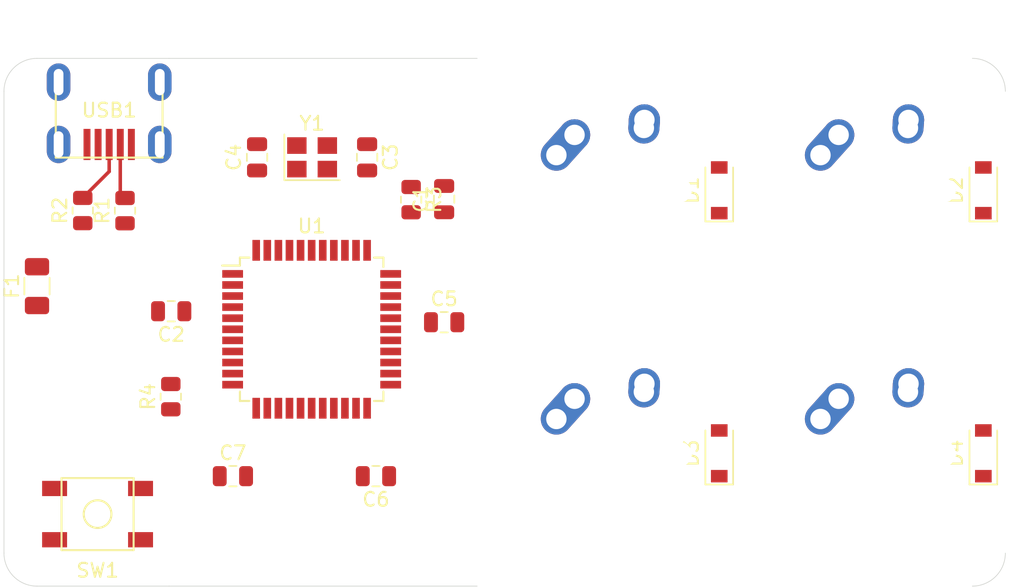
<source format=kicad_pcb>
(kicad_pcb (version 20171130) (host pcbnew "(5.1.10)-1")

  (general
    (thickness 1.6)
    (drawings 9)
    (tracks 4)
    (zones 0)
    (modules 24)
    (nets 46)
  )

  (page A4)
  (layers
    (0 F.Cu signal)
    (31 B.Cu signal)
    (32 B.Adhes user)
    (33 F.Adhes user)
    (34 B.Paste user)
    (35 F.Paste user)
    (36 B.SilkS user)
    (37 F.SilkS user)
    (38 B.Mask user)
    (39 F.Mask user)
    (40 Dwgs.User user)
    (41 Cmts.User user)
    (42 Eco1.User user)
    (43 Eco2.User user)
    (44 Edge.Cuts user)
    (45 Margin user)
    (46 B.CrtYd user)
    (47 F.CrtYd user)
    (48 B.Fab user)
    (49 F.Fab user)
  )

  (setup
    (last_trace_width 0.254)
    (trace_clearance 0.2)
    (zone_clearance 0.508)
    (zone_45_only no)
    (trace_min 0.2)
    (via_size 0.8)
    (via_drill 0.4)
    (via_min_size 0.4)
    (via_min_drill 0.3)
    (uvia_size 0.3)
    (uvia_drill 0.1)
    (uvias_allowed no)
    (uvia_min_size 0.2)
    (uvia_min_drill 0.1)
    (edge_width 0.05)
    (segment_width 0.2)
    (pcb_text_width 0.3)
    (pcb_text_size 1.5 1.5)
    (mod_edge_width 0.12)
    (mod_text_size 1 1)
    (mod_text_width 0.15)
    (pad_size 1.524 1.524)
    (pad_drill 0.762)
    (pad_to_mask_clearance 0)
    (aux_axis_origin 0 0)
    (visible_elements FFFFFF7F)
    (pcbplotparams
      (layerselection 0x010fc_ffffffff)
      (usegerberextensions false)
      (usegerberattributes true)
      (usegerberadvancedattributes true)
      (creategerberjobfile true)
      (excludeedgelayer true)
      (linewidth 0.100000)
      (plotframeref false)
      (viasonmask false)
      (mode 1)
      (useauxorigin false)
      (hpglpennumber 1)
      (hpglpenspeed 20)
      (hpglpendiameter 15.000000)
      (psnegative false)
      (psa4output false)
      (plotreference true)
      (plotvalue true)
      (plotinvisibletext false)
      (padsonsilk false)
      (subtractmaskfromsilk false)
      (outputformat 1)
      (mirror false)
      (drillshape 1)
      (scaleselection 1)
      (outputdirectory ""))
  )

  (net 0 "")
  (net 1 GND)
  (net 2 +5V)
  (net 3 "Net-(C3-Pad1)")
  (net 4 "Net-(C4-Pad1)")
  (net 5 "Net-(C5-Pad1)")
  (net 6 "Net-(D1-Pad2)")
  (net 7 ROW0)
  (net 8 "Net-(D2-Pad2)")
  (net 9 ROW1)
  (net 10 "Net-(D3-Pad2)")
  (net 11 "Net-(D4-Pad2)")
  (net 12 VCC)
  (net 13 COL0)
  (net 14 COL1)
  (net 15 D-)
  (net 16 "Net-(R1-Pad1)")
  (net 17 D+)
  (net 18 "Net-(R2-Pad1)")
  (net 19 "Net-(R3-Pad2)")
  (net 20 "Net-(R4-Pad2)")
  (net 21 "Net-(U1-Pad42)")
  (net 22 "Net-(U1-Pad41)")
  (net 23 "Net-(U1-Pad40)")
  (net 24 "Net-(U1-Pad39)")
  (net 25 "Net-(U1-Pad38)")
  (net 26 "Net-(U1-Pad37)")
  (net 27 "Net-(U1-Pad36)")
  (net 28 "Net-(U1-Pad32)")
  (net 29 "Net-(U1-Pad31)")
  (net 30 "Net-(U1-Pad27)")
  (net 31 "Net-(U1-Pad26)")
  (net 32 "Net-(U1-Pad25)")
  (net 33 "Net-(U1-Pad22)")
  (net 34 "Net-(U1-Pad21)")
  (net 35 "Net-(U1-Pad20)")
  (net 36 "Net-(U1-Pad19)")
  (net 37 "Net-(U1-Pad18)")
  (net 38 "Net-(U1-Pad12)")
  (net 39 "Net-(U1-Pad11)")
  (net 40 "Net-(U1-Pad10)")
  (net 41 "Net-(U1-Pad9)")
  (net 42 "Net-(U1-Pad8)")
  (net 43 "Net-(U1-Pad1)")
  (net 44 "Net-(USB1-Pad6)")
  (net 45 "Net-(USB1-Pad2)")

  (net_class Default "This is the default net class."
    (clearance 0.2)
    (trace_width 0.254)
    (via_dia 0.8)
    (via_drill 0.4)
    (uvia_dia 0.3)
    (uvia_drill 0.1)
    (add_net COL0)
    (add_net COL1)
    (add_net D+)
    (add_net D-)
    (add_net "Net-(C3-Pad1)")
    (add_net "Net-(C4-Pad1)")
    (add_net "Net-(C5-Pad1)")
    (add_net "Net-(D1-Pad2)")
    (add_net "Net-(D2-Pad2)")
    (add_net "Net-(D3-Pad2)")
    (add_net "Net-(D4-Pad2)")
    (add_net "Net-(R1-Pad1)")
    (add_net "Net-(R2-Pad1)")
    (add_net "Net-(R3-Pad2)")
    (add_net "Net-(R4-Pad2)")
    (add_net "Net-(U1-Pad1)")
    (add_net "Net-(U1-Pad10)")
    (add_net "Net-(U1-Pad11)")
    (add_net "Net-(U1-Pad12)")
    (add_net "Net-(U1-Pad18)")
    (add_net "Net-(U1-Pad19)")
    (add_net "Net-(U1-Pad20)")
    (add_net "Net-(U1-Pad21)")
    (add_net "Net-(U1-Pad22)")
    (add_net "Net-(U1-Pad25)")
    (add_net "Net-(U1-Pad26)")
    (add_net "Net-(U1-Pad27)")
    (add_net "Net-(U1-Pad31)")
    (add_net "Net-(U1-Pad32)")
    (add_net "Net-(U1-Pad36)")
    (add_net "Net-(U1-Pad37)")
    (add_net "Net-(U1-Pad38)")
    (add_net "Net-(U1-Pad39)")
    (add_net "Net-(U1-Pad40)")
    (add_net "Net-(U1-Pad41)")
    (add_net "Net-(U1-Pad42)")
    (add_net "Net-(U1-Pad8)")
    (add_net "Net-(U1-Pad9)")
    (add_net "Net-(USB1-Pad2)")
    (add_net "Net-(USB1-Pad6)")
    (add_net ROW0)
    (add_net ROW1)
  )

  (net_class Power ""
    (clearance 0.2)
    (trace_width 0.381)
    (via_dia 0.8)
    (via_drill 0.4)
    (uvia_dia 0.3)
    (uvia_drill 0.1)
    (add_net +5V)
    (add_net GND)
    (add_net VCC)
  )

  (module Crystal:Crystal_SMD_3225-4Pin_3.2x2.5mm (layer F.Cu) (tedit 5A0FD1B2) (tstamp 609C342A)
    (at 99.21875 110.33125)
    (descr "SMD Crystal SERIES SMD3225/4 http://www.txccrystal.com/images/pdf/7m-accuracy.pdf, 3.2x2.5mm^2 package")
    (tags "SMD SMT crystal")
    (path /609E8A09)
    (attr smd)
    (fp_text reference Y1 (at 0 -2.45) (layer F.SilkS)
      (effects (font (size 1 1) (thickness 0.15)))
    )
    (fp_text value 16MHz (at 0 2.45) (layer F.Fab)
      (effects (font (size 1 1) (thickness 0.15)))
    )
    (fp_text user %R (at 0 0) (layer F.Fab)
      (effects (font (size 0.7 0.7) (thickness 0.105)))
    )
    (fp_line (start -1.6 -1.25) (end -1.6 1.25) (layer F.Fab) (width 0.1))
    (fp_line (start -1.6 1.25) (end 1.6 1.25) (layer F.Fab) (width 0.1))
    (fp_line (start 1.6 1.25) (end 1.6 -1.25) (layer F.Fab) (width 0.1))
    (fp_line (start 1.6 -1.25) (end -1.6 -1.25) (layer F.Fab) (width 0.1))
    (fp_line (start -1.6 0.25) (end -0.6 1.25) (layer F.Fab) (width 0.1))
    (fp_line (start -2 -1.65) (end -2 1.65) (layer F.SilkS) (width 0.12))
    (fp_line (start -2 1.65) (end 2 1.65) (layer F.SilkS) (width 0.12))
    (fp_line (start -2.1 -1.7) (end -2.1 1.7) (layer F.CrtYd) (width 0.05))
    (fp_line (start -2.1 1.7) (end 2.1 1.7) (layer F.CrtYd) (width 0.05))
    (fp_line (start 2.1 1.7) (end 2.1 -1.7) (layer F.CrtYd) (width 0.05))
    (fp_line (start 2.1 -1.7) (end -2.1 -1.7) (layer F.CrtYd) (width 0.05))
    (pad 4 smd rect (at -1.1 -0.85) (size 1.4 1.2) (layers F.Cu F.Paste F.Mask)
      (net 1 GND))
    (pad 3 smd rect (at 1.1 -0.85) (size 1.4 1.2) (layers F.Cu F.Paste F.Mask)
      (net 4 "Net-(C4-Pad1)"))
    (pad 2 smd rect (at 1.1 0.85) (size 1.4 1.2) (layers F.Cu F.Paste F.Mask)
      (net 1 GND))
    (pad 1 smd rect (at -1.1 0.85) (size 1.4 1.2) (layers F.Cu F.Paste F.Mask)
      (net 3 "Net-(C3-Pad1)"))
    (model ${KISYS3DMOD}/Crystal.3dshapes/Crystal_SMD_3225-4Pin_3.2x2.5mm.wrl
      (at (xyz 0 0 0))
      (scale (xyz 1 1 1))
      (rotate (xyz 0 0 0))
    )
  )

  (module random-keyboard-parts:Molex-0548190589 (layer F.Cu) (tedit 5C494815) (tstamp 609C29D6)
    (at 84.582 104.902 270)
    (path /609FA290)
    (attr smd)
    (fp_text reference USB1 (at 2.032 0) (layer F.SilkS)
      (effects (font (size 1 1) (thickness 0.15)))
    )
    (fp_text value Molex-0548190589 (at -5.08 0) (layer Dwgs.User)
      (effects (font (size 1 1) (thickness 0.15)))
    )
    (fp_text user %R (at 2 0) (layer F.CrtYd)
      (effects (font (size 1 1) (thickness 0.15)))
    )
    (fp_line (start -3.75 -3.85) (end -3.75 3.85) (layer Dwgs.User) (width 0.15))
    (fp_line (start -1.75 -4.572) (end -1.75 4.572) (layer Dwgs.User) (width 0.15))
    (fp_line (start -3.75 3.85) (end 0 3.85) (layer Dwgs.User) (width 0.15))
    (fp_line (start -3.75 -3.85) (end 0 -3.85) (layer Dwgs.User) (width 0.15))
    (fp_line (start 5.45 -3.85) (end 5.45 3.85) (layer F.SilkS) (width 0.15))
    (fp_line (start 0 3.85) (end 5.45 3.85) (layer F.SilkS) (width 0.15))
    (fp_line (start 0 -3.85) (end 5.45 -3.85) (layer F.SilkS) (width 0.15))
    (fp_line (start -3.75 -3.75) (end 5.5 -3.75) (layer F.CrtYd) (width 0.15))
    (fp_line (start 5.5 -3.75) (end 5.5 3.75) (layer F.CrtYd) (width 0.15))
    (fp_line (start 5.5 3.75) (end -3.75 3.75) (layer F.CrtYd) (width 0.15))
    (fp_line (start -3.75 3.75) (end -3.75 -3.75) (layer F.CrtYd) (width 0.15))
    (fp_line (start 5.5 -2) (end 3.25 -2) (layer F.CrtYd) (width 0.15))
    (fp_line (start 3.25 -2) (end 3.25 2) (layer F.CrtYd) (width 0.15))
    (fp_line (start 3.25 2) (end 5.5 2) (layer F.CrtYd) (width 0.15))
    (fp_line (start 5.5 1.25) (end 3.25 1.25) (layer F.CrtYd) (width 0.15))
    (fp_line (start 3.25 0.5) (end 5.5 0.5) (layer F.CrtYd) (width 0.15))
    (fp_line (start 5.5 -0.5) (end 3.25 -0.5) (layer F.CrtYd) (width 0.15))
    (fp_line (start 3.25 -1.25) (end 5.5 -1.25) (layer F.CrtYd) (width 0.15))
    (pad 6 thru_hole oval (at 0 -3.65 270) (size 2.7 1.7) (drill oval 1.9 0.7) (layers *.Cu *.Mask)
      (net 44 "Net-(USB1-Pad6)"))
    (pad 6 thru_hole oval (at 0 3.65 270) (size 2.7 1.7) (drill oval 1.9 0.7) (layers *.Cu *.Mask)
      (net 44 "Net-(USB1-Pad6)"))
    (pad 6 thru_hole oval (at 4.5 3.65 270) (size 2.7 1.7) (drill oval 1.9 0.7) (layers *.Cu *.Mask)
      (net 44 "Net-(USB1-Pad6)"))
    (pad 6 thru_hole oval (at 4.5 -3.65 270) (size 2.7 1.7) (drill oval 1.9 0.7) (layers *.Cu *.Mask)
      (net 44 "Net-(USB1-Pad6)"))
    (pad 5 smd rect (at 4.5 -1.6 270) (size 2.25 0.5) (layers F.Cu F.Paste F.Mask)
      (net 12 VCC))
    (pad 4 smd rect (at 4.5 -0.8 270) (size 2.25 0.5) (layers F.Cu F.Paste F.Mask)
      (net 15 D-))
    (pad 3 smd rect (at 4.5 0 270) (size 2.25 0.5) (layers F.Cu F.Paste F.Mask)
      (net 17 D+))
    (pad 2 smd rect (at 4.5 0.8 270) (size 2.25 0.5) (layers F.Cu F.Paste F.Mask)
      (net 45 "Net-(USB1-Pad2)"))
    (pad 1 smd rect (at 4.5 1.6 270) (size 2.25 0.5) (layers F.Cu F.Paste F.Mask)
      (net 1 GND))
  )

  (module Package_QFP:TQFP-44_10x10mm_P0.8mm (layer F.Cu) (tedit 5A02F146) (tstamp 609C1435)
    (at 99.187 122.7455)
    (descr "44-Lead Plastic Thin Quad Flatpack (PT) - 10x10x1.0 mm Body [TQFP] (see Microchip Packaging Specification 00000049BS.pdf)")
    (tags "QFP 0.8")
    (path /609BF8DA)
    (attr smd)
    (fp_text reference U1 (at 0 -7.45) (layer F.SilkS)
      (effects (font (size 1 1) (thickness 0.15)))
    )
    (fp_text value ATmega32U4-AU (at 0 7.45) (layer F.Fab)
      (effects (font (size 1 1) (thickness 0.15)))
    )
    (fp_text user %R (at 0 0) (layer F.Fab)
      (effects (font (size 1 1) (thickness 0.15)))
    )
    (fp_line (start -4 -5) (end 5 -5) (layer F.Fab) (width 0.15))
    (fp_line (start 5 -5) (end 5 5) (layer F.Fab) (width 0.15))
    (fp_line (start 5 5) (end -5 5) (layer F.Fab) (width 0.15))
    (fp_line (start -5 5) (end -5 -4) (layer F.Fab) (width 0.15))
    (fp_line (start -5 -4) (end -4 -5) (layer F.Fab) (width 0.15))
    (fp_line (start -6.7 -6.7) (end -6.7 6.7) (layer F.CrtYd) (width 0.05))
    (fp_line (start 6.7 -6.7) (end 6.7 6.7) (layer F.CrtYd) (width 0.05))
    (fp_line (start -6.7 -6.7) (end 6.7 -6.7) (layer F.CrtYd) (width 0.05))
    (fp_line (start -6.7 6.7) (end 6.7 6.7) (layer F.CrtYd) (width 0.05))
    (fp_line (start -5.175 -5.175) (end -5.175 -4.6) (layer F.SilkS) (width 0.15))
    (fp_line (start 5.175 -5.175) (end 5.175 -4.5) (layer F.SilkS) (width 0.15))
    (fp_line (start 5.175 5.175) (end 5.175 4.5) (layer F.SilkS) (width 0.15))
    (fp_line (start -5.175 5.175) (end -5.175 4.5) (layer F.SilkS) (width 0.15))
    (fp_line (start -5.175 -5.175) (end -4.5 -5.175) (layer F.SilkS) (width 0.15))
    (fp_line (start -5.175 5.175) (end -4.5 5.175) (layer F.SilkS) (width 0.15))
    (fp_line (start 5.175 5.175) (end 4.5 5.175) (layer F.SilkS) (width 0.15))
    (fp_line (start 5.175 -5.175) (end 4.5 -5.175) (layer F.SilkS) (width 0.15))
    (fp_line (start -5.175 -4.6) (end -6.45 -4.6) (layer F.SilkS) (width 0.15))
    (pad 44 smd rect (at -4 -5.7 90) (size 1.5 0.55) (layers F.Cu F.Paste F.Mask)
      (net 2 +5V))
    (pad 43 smd rect (at -3.2 -5.7 90) (size 1.5 0.55) (layers F.Cu F.Paste F.Mask)
      (net 1 GND))
    (pad 42 smd rect (at -2.4 -5.7 90) (size 1.5 0.55) (layers F.Cu F.Paste F.Mask)
      (net 21 "Net-(U1-Pad42)"))
    (pad 41 smd rect (at -1.6 -5.7 90) (size 1.5 0.55) (layers F.Cu F.Paste F.Mask)
      (net 22 "Net-(U1-Pad41)"))
    (pad 40 smd rect (at -0.8 -5.7 90) (size 1.5 0.55) (layers F.Cu F.Paste F.Mask)
      (net 23 "Net-(U1-Pad40)"))
    (pad 39 smd rect (at 0 -5.7 90) (size 1.5 0.55) (layers F.Cu F.Paste F.Mask)
      (net 24 "Net-(U1-Pad39)"))
    (pad 38 smd rect (at 0.8 -5.7 90) (size 1.5 0.55) (layers F.Cu F.Paste F.Mask)
      (net 25 "Net-(U1-Pad38)"))
    (pad 37 smd rect (at 1.6 -5.7 90) (size 1.5 0.55) (layers F.Cu F.Paste F.Mask)
      (net 26 "Net-(U1-Pad37)"))
    (pad 36 smd rect (at 2.4 -5.7 90) (size 1.5 0.55) (layers F.Cu F.Paste F.Mask)
      (net 27 "Net-(U1-Pad36)"))
    (pad 35 smd rect (at 3.2 -5.7 90) (size 1.5 0.55) (layers F.Cu F.Paste F.Mask)
      (net 1 GND))
    (pad 34 smd rect (at 4 -5.7 90) (size 1.5 0.55) (layers F.Cu F.Paste F.Mask)
      (net 2 +5V))
    (pad 33 smd rect (at 5.7 -4) (size 1.5 0.55) (layers F.Cu F.Paste F.Mask)
      (net 20 "Net-(R4-Pad2)"))
    (pad 32 smd rect (at 5.7 -3.2) (size 1.5 0.55) (layers F.Cu F.Paste F.Mask)
      (net 28 "Net-(U1-Pad32)"))
    (pad 31 smd rect (at 5.7 -2.4) (size 1.5 0.55) (layers F.Cu F.Paste F.Mask)
      (net 29 "Net-(U1-Pad31)"))
    (pad 30 smd rect (at 5.7 -1.6) (size 1.5 0.55) (layers F.Cu F.Paste F.Mask)
      (net 9 ROW1))
    (pad 29 smd rect (at 5.7 -0.8) (size 1.5 0.55) (layers F.Cu F.Paste F.Mask)
      (net 13 COL0))
    (pad 28 smd rect (at 5.7 0) (size 1.5 0.55) (layers F.Cu F.Paste F.Mask)
      (net 14 COL1))
    (pad 27 smd rect (at 5.7 0.8) (size 1.5 0.55) (layers F.Cu F.Paste F.Mask)
      (net 30 "Net-(U1-Pad27)"))
    (pad 26 smd rect (at 5.7 1.6) (size 1.5 0.55) (layers F.Cu F.Paste F.Mask)
      (net 31 "Net-(U1-Pad26)"))
    (pad 25 smd rect (at 5.7 2.4) (size 1.5 0.55) (layers F.Cu F.Paste F.Mask)
      (net 32 "Net-(U1-Pad25)"))
    (pad 24 smd rect (at 5.7 3.2) (size 1.5 0.55) (layers F.Cu F.Paste F.Mask)
      (net 2 +5V))
    (pad 23 smd rect (at 5.7 4) (size 1.5 0.55) (layers F.Cu F.Paste F.Mask)
      (net 1 GND))
    (pad 22 smd rect (at 4 5.7 90) (size 1.5 0.55) (layers F.Cu F.Paste F.Mask)
      (net 33 "Net-(U1-Pad22)"))
    (pad 21 smd rect (at 3.2 5.7 90) (size 1.5 0.55) (layers F.Cu F.Paste F.Mask)
      (net 34 "Net-(U1-Pad21)"))
    (pad 20 smd rect (at 2.4 5.7 90) (size 1.5 0.55) (layers F.Cu F.Paste F.Mask)
      (net 35 "Net-(U1-Pad20)"))
    (pad 19 smd rect (at 1.6 5.7 90) (size 1.5 0.55) (layers F.Cu F.Paste F.Mask)
      (net 36 "Net-(U1-Pad19)"))
    (pad 18 smd rect (at 0.8 5.7 90) (size 1.5 0.55) (layers F.Cu F.Paste F.Mask)
      (net 37 "Net-(U1-Pad18)"))
    (pad 17 smd rect (at 0 5.7 90) (size 1.5 0.55) (layers F.Cu F.Paste F.Mask)
      (net 3 "Net-(C3-Pad1)"))
    (pad 16 smd rect (at -0.8 5.7 90) (size 1.5 0.55) (layers F.Cu F.Paste F.Mask)
      (net 4 "Net-(C4-Pad1)"))
    (pad 15 smd rect (at -1.6 5.7 90) (size 1.5 0.55) (layers F.Cu F.Paste F.Mask)
      (net 1 GND))
    (pad 14 smd rect (at -2.4 5.7 90) (size 1.5 0.55) (layers F.Cu F.Paste F.Mask)
      (net 2 +5V))
    (pad 13 smd rect (at -3.2 5.7 90) (size 1.5 0.55) (layers F.Cu F.Paste F.Mask)
      (net 19 "Net-(R3-Pad2)"))
    (pad 12 smd rect (at -4 5.7 90) (size 1.5 0.55) (layers F.Cu F.Paste F.Mask)
      (net 38 "Net-(U1-Pad12)"))
    (pad 11 smd rect (at -5.7 4) (size 1.5 0.55) (layers F.Cu F.Paste F.Mask)
      (net 39 "Net-(U1-Pad11)"))
    (pad 10 smd rect (at -5.7 3.2) (size 1.5 0.55) (layers F.Cu F.Paste F.Mask)
      (net 40 "Net-(U1-Pad10)"))
    (pad 9 smd rect (at -5.7 2.4) (size 1.5 0.55) (layers F.Cu F.Paste F.Mask)
      (net 41 "Net-(U1-Pad9)"))
    (pad 8 smd rect (at -5.7 1.6) (size 1.5 0.55) (layers F.Cu F.Paste F.Mask)
      (net 42 "Net-(U1-Pad8)"))
    (pad 7 smd rect (at -5.7 0.8) (size 1.5 0.55) (layers F.Cu F.Paste F.Mask)
      (net 2 +5V))
    (pad 6 smd rect (at -5.7 0) (size 1.5 0.55) (layers F.Cu F.Paste F.Mask)
      (net 5 "Net-(C5-Pad1)"))
    (pad 5 smd rect (at -5.7 -0.8) (size 1.5 0.55) (layers F.Cu F.Paste F.Mask)
      (net 1 GND))
    (pad 4 smd rect (at -5.7 -1.6) (size 1.5 0.55) (layers F.Cu F.Paste F.Mask)
      (net 18 "Net-(R2-Pad1)"))
    (pad 3 smd rect (at -5.7 -2.4) (size 1.5 0.55) (layers F.Cu F.Paste F.Mask)
      (net 16 "Net-(R1-Pad1)"))
    (pad 2 smd rect (at -5.7 -3.2) (size 1.5 0.55) (layers F.Cu F.Paste F.Mask)
      (net 2 +5V))
    (pad 1 smd rect (at -5.7 -4) (size 1.5 0.55) (layers F.Cu F.Paste F.Mask)
      (net 43 "Net-(U1-Pad1)"))
    (model ${KISYS3DMOD}/Package_QFP.3dshapes/TQFP-44_10x10mm_P0.8mm.wrl
      (at (xyz 0 0 0))
      (scale (xyz 1 1 1))
      (rotate (xyz 0 0 0))
    )
  )

  (module random-keyboard-parts:SKQG-1155865 (layer F.Cu) (tedit 5E62B398) (tstamp 609C13F2)
    (at 83.745 136.089)
    (path /609F277E)
    (attr smd)
    (fp_text reference SW1 (at 0 4.064) (layer F.SilkS)
      (effects (font (size 1 1) (thickness 0.15)))
    )
    (fp_text value SW_Push (at 0 -4.064) (layer F.Fab)
      (effects (font (size 1 1) (thickness 0.15)))
    )
    (fp_line (start -2.6 1.1) (end -1.1 2.6) (layer F.Fab) (width 0.15))
    (fp_line (start 2.6 1.1) (end 1.1 2.6) (layer F.Fab) (width 0.15))
    (fp_line (start 2.6 -1.1) (end 1.1 -2.6) (layer F.Fab) (width 0.15))
    (fp_line (start -2.6 -1.1) (end -1.1 -2.6) (layer F.Fab) (width 0.15))
    (fp_circle (center 0 0) (end 1 0) (layer F.Fab) (width 0.15))
    (fp_line (start -4.2 -1.1) (end -4.2 -2.6) (layer F.Fab) (width 0.15))
    (fp_line (start -2.6 -1.1) (end -4.2 -1.1) (layer F.Fab) (width 0.15))
    (fp_line (start -2.6 1.1) (end -2.6 -1.1) (layer F.Fab) (width 0.15))
    (fp_line (start -4.2 1.1) (end -2.6 1.1) (layer F.Fab) (width 0.15))
    (fp_line (start -4.2 2.6) (end -4.2 1.1) (layer F.Fab) (width 0.15))
    (fp_line (start 4.2 2.6) (end -4.2 2.6) (layer F.Fab) (width 0.15))
    (fp_line (start 4.2 1.1) (end 4.2 2.6) (layer F.Fab) (width 0.15))
    (fp_line (start 2.6 1.1) (end 4.2 1.1) (layer F.Fab) (width 0.15))
    (fp_line (start 2.6 -1.1) (end 2.6 1.1) (layer F.Fab) (width 0.15))
    (fp_line (start 4.2 -1.1) (end 2.6 -1.1) (layer F.Fab) (width 0.15))
    (fp_line (start 4.2 -2.6) (end 4.2 -1.2) (layer F.Fab) (width 0.15))
    (fp_line (start -4.2 -2.6) (end 4.2 -2.6) (layer F.Fab) (width 0.15))
    (fp_circle (center 0 0) (end 1 0) (layer F.SilkS) (width 0.15))
    (fp_line (start -2.6 2.6) (end -2.6 -2.6) (layer F.SilkS) (width 0.15))
    (fp_line (start 2.6 2.6) (end -2.6 2.6) (layer F.SilkS) (width 0.15))
    (fp_line (start 2.6 -2.6) (end 2.6 2.6) (layer F.SilkS) (width 0.15))
    (fp_line (start -2.6 -2.6) (end 2.6 -2.6) (layer F.SilkS) (width 0.15))
    (pad 4 smd rect (at -3.1 1.85) (size 1.8 1.1) (layers F.Cu F.Paste F.Mask))
    (pad 3 smd rect (at 3.1 -1.85) (size 1.8 1.1) (layers F.Cu F.Paste F.Mask))
    (pad 2 smd rect (at -3.1 -1.85) (size 1.8 1.1) (layers F.Cu F.Paste F.Mask)
      (net 19 "Net-(R3-Pad2)"))
    (pad 1 smd rect (at 3.1 1.85) (size 1.8 1.1) (layers F.Cu F.Paste F.Mask)
      (net 1 GND))
    (model ${KISYS3DMOD}/Button_Switch_SMD.3dshapes/SW_SPST_TL3342.step
      (at (xyz 0 0 0))
      (scale (xyz 1 1 1))
      (rotate (xyz 0 0 0))
    )
  )

  (module Resistor_SMD:R_0805_2012Metric (layer F.Cu) (tedit 5F68FEEE) (tstamp 609C13D4)
    (at 89.027 127.6115 90)
    (descr "Resistor SMD 0805 (2012 Metric), square (rectangular) end terminal, IPC_7351 nominal, (Body size source: IPC-SM-782 page 72, https://www.pcb-3d.com/wordpress/wp-content/uploads/ipc-sm-782a_amendment_1_and_2.pdf), generated with kicad-footprint-generator")
    (tags resistor)
    (path /609CB08C)
    (attr smd)
    (fp_text reference R4 (at 0 -1.65 90) (layer F.SilkS)
      (effects (font (size 1 1) (thickness 0.15)))
    )
    (fp_text value 10k (at 0 1.65 90) (layer F.Fab)
      (effects (font (size 1 1) (thickness 0.15)))
    )
    (fp_text user %R (at 0 0 90) (layer F.Fab)
      (effects (font (size 0.5 0.5) (thickness 0.08)))
    )
    (fp_line (start -1 0.625) (end -1 -0.625) (layer F.Fab) (width 0.1))
    (fp_line (start -1 -0.625) (end 1 -0.625) (layer F.Fab) (width 0.1))
    (fp_line (start 1 -0.625) (end 1 0.625) (layer F.Fab) (width 0.1))
    (fp_line (start 1 0.625) (end -1 0.625) (layer F.Fab) (width 0.1))
    (fp_line (start -0.227064 -0.735) (end 0.227064 -0.735) (layer F.SilkS) (width 0.12))
    (fp_line (start -0.227064 0.735) (end 0.227064 0.735) (layer F.SilkS) (width 0.12))
    (fp_line (start -1.68 0.95) (end -1.68 -0.95) (layer F.CrtYd) (width 0.05))
    (fp_line (start -1.68 -0.95) (end 1.68 -0.95) (layer F.CrtYd) (width 0.05))
    (fp_line (start 1.68 -0.95) (end 1.68 0.95) (layer F.CrtYd) (width 0.05))
    (fp_line (start 1.68 0.95) (end -1.68 0.95) (layer F.CrtYd) (width 0.05))
    (pad 2 smd roundrect (at 0.9125 0 90) (size 1.025 1.4) (layers F.Cu F.Paste F.Mask) (roundrect_rratio 0.243902)
      (net 20 "Net-(R4-Pad2)"))
    (pad 1 smd roundrect (at -0.9125 0 90) (size 1.025 1.4) (layers F.Cu F.Paste F.Mask) (roundrect_rratio 0.243902)
      (net 1 GND))
    (model ${KISYS3DMOD}/Resistor_SMD.3dshapes/R_0805_2012Metric.wrl
      (at (xyz 0 0 0))
      (scale (xyz 1 1 1))
      (rotate (xyz 0 0 0))
    )
  )

  (module Resistor_SMD:R_0805_2012Metric (layer F.Cu) (tedit 5F68FEEE) (tstamp 609C30CE)
    (at 106.3625 113.3875 270)
    (descr "Resistor SMD 0805 (2012 Metric), square (rectangular) end terminal, IPC_7351 nominal, (Body size source: IPC-SM-782 page 72, https://www.pcb-3d.com/wordpress/wp-content/uploads/ipc-sm-782a_amendment_1_and_2.pdf), generated with kicad-footprint-generator")
    (tags resistor)
    (path /609F5938)
    (attr smd)
    (fp_text reference R3 (at 0 -1.65 90) (layer F.SilkS)
      (effects (font (size 1 1) (thickness 0.15)))
    )
    (fp_text value 10k (at 0 1.65 90) (layer F.Fab)
      (effects (font (size 1 1) (thickness 0.15)))
    )
    (fp_text user %R (at 0 0 90) (layer F.Fab)
      (effects (font (size 0.5 0.5) (thickness 0.08)))
    )
    (fp_line (start -1 0.625) (end -1 -0.625) (layer F.Fab) (width 0.1))
    (fp_line (start -1 -0.625) (end 1 -0.625) (layer F.Fab) (width 0.1))
    (fp_line (start 1 -0.625) (end 1 0.625) (layer F.Fab) (width 0.1))
    (fp_line (start 1 0.625) (end -1 0.625) (layer F.Fab) (width 0.1))
    (fp_line (start -0.227064 -0.735) (end 0.227064 -0.735) (layer F.SilkS) (width 0.12))
    (fp_line (start -0.227064 0.735) (end 0.227064 0.735) (layer F.SilkS) (width 0.12))
    (fp_line (start -1.68 0.95) (end -1.68 -0.95) (layer F.CrtYd) (width 0.05))
    (fp_line (start -1.68 -0.95) (end 1.68 -0.95) (layer F.CrtYd) (width 0.05))
    (fp_line (start 1.68 -0.95) (end 1.68 0.95) (layer F.CrtYd) (width 0.05))
    (fp_line (start 1.68 0.95) (end -1.68 0.95) (layer F.CrtYd) (width 0.05))
    (pad 2 smd roundrect (at 0.9125 0 270) (size 1.025 1.4) (layers F.Cu F.Paste F.Mask) (roundrect_rratio 0.243902)
      (net 19 "Net-(R3-Pad2)"))
    (pad 1 smd roundrect (at -0.9125 0 270) (size 1.025 1.4) (layers F.Cu F.Paste F.Mask) (roundrect_rratio 0.243902)
      (net 2 +5V))
    (model ${KISYS3DMOD}/Resistor_SMD.3dshapes/R_0805_2012Metric.wrl
      (at (xyz 0 0 0))
      (scale (xyz 1 1 1))
      (rotate (xyz 0 0 0))
    )
  )

  (module Resistor_SMD:R_0805_2012Metric (layer F.Cu) (tedit 5F68FEEE) (tstamp 609C13B2)
    (at 82.677 114.173 90)
    (descr "Resistor SMD 0805 (2012 Metric), square (rectangular) end terminal, IPC_7351 nominal, (Body size source: IPC-SM-782 page 72, https://www.pcb-3d.com/wordpress/wp-content/uploads/ipc-sm-782a_amendment_1_and_2.pdf), generated with kicad-footprint-generator")
    (tags resistor)
    (path /609D0BBB)
    (attr smd)
    (fp_text reference R2 (at 0 -1.65 90) (layer F.SilkS)
      (effects (font (size 1 1) (thickness 0.15)))
    )
    (fp_text value 22 (at 0 1.65 90) (layer F.Fab)
      (effects (font (size 1 1) (thickness 0.15)))
    )
    (fp_text user %R (at 0 0 90) (layer F.Fab)
      (effects (font (size 0.5 0.5) (thickness 0.08)))
    )
    (fp_line (start -1 0.625) (end -1 -0.625) (layer F.Fab) (width 0.1))
    (fp_line (start -1 -0.625) (end 1 -0.625) (layer F.Fab) (width 0.1))
    (fp_line (start 1 -0.625) (end 1 0.625) (layer F.Fab) (width 0.1))
    (fp_line (start 1 0.625) (end -1 0.625) (layer F.Fab) (width 0.1))
    (fp_line (start -0.227064 -0.735) (end 0.227064 -0.735) (layer F.SilkS) (width 0.12))
    (fp_line (start -0.227064 0.735) (end 0.227064 0.735) (layer F.SilkS) (width 0.12))
    (fp_line (start -1.68 0.95) (end -1.68 -0.95) (layer F.CrtYd) (width 0.05))
    (fp_line (start -1.68 -0.95) (end 1.68 -0.95) (layer F.CrtYd) (width 0.05))
    (fp_line (start 1.68 -0.95) (end 1.68 0.95) (layer F.CrtYd) (width 0.05))
    (fp_line (start 1.68 0.95) (end -1.68 0.95) (layer F.CrtYd) (width 0.05))
    (pad 2 smd roundrect (at 0.9125 0 90) (size 1.025 1.4) (layers F.Cu F.Paste F.Mask) (roundrect_rratio 0.243902)
      (net 17 D+))
    (pad 1 smd roundrect (at -0.9125 0 90) (size 1.025 1.4) (layers F.Cu F.Paste F.Mask) (roundrect_rratio 0.243902)
      (net 18 "Net-(R2-Pad1)"))
    (model ${KISYS3DMOD}/Resistor_SMD.3dshapes/R_0805_2012Metric.wrl
      (at (xyz 0 0 0))
      (scale (xyz 1 1 1))
      (rotate (xyz 0 0 0))
    )
  )

  (module Resistor_SMD:R_0805_2012Metric (layer F.Cu) (tedit 5F68FEEE) (tstamp 609C13A1)
    (at 85.725 114.18125 90)
    (descr "Resistor SMD 0805 (2012 Metric), square (rectangular) end terminal, IPC_7351 nominal, (Body size source: IPC-SM-782 page 72, https://www.pcb-3d.com/wordpress/wp-content/uploads/ipc-sm-782a_amendment_1_and_2.pdf), generated with kicad-footprint-generator")
    (tags resistor)
    (path /609D96DB)
    (attr smd)
    (fp_text reference R1 (at 0 -1.65 90) (layer F.SilkS)
      (effects (font (size 1 1) (thickness 0.15)))
    )
    (fp_text value 22 (at 0 1.65 90) (layer F.Fab)
      (effects (font (size 1 1) (thickness 0.15)))
    )
    (fp_text user %R (at 0 0 90) (layer F.Fab)
      (effects (font (size 0.5 0.5) (thickness 0.08)))
    )
    (fp_line (start -1 0.625) (end -1 -0.625) (layer F.Fab) (width 0.1))
    (fp_line (start -1 -0.625) (end 1 -0.625) (layer F.Fab) (width 0.1))
    (fp_line (start 1 -0.625) (end 1 0.625) (layer F.Fab) (width 0.1))
    (fp_line (start 1 0.625) (end -1 0.625) (layer F.Fab) (width 0.1))
    (fp_line (start -0.227064 -0.735) (end 0.227064 -0.735) (layer F.SilkS) (width 0.12))
    (fp_line (start -0.227064 0.735) (end 0.227064 0.735) (layer F.SilkS) (width 0.12))
    (fp_line (start -1.68 0.95) (end -1.68 -0.95) (layer F.CrtYd) (width 0.05))
    (fp_line (start -1.68 -0.95) (end 1.68 -0.95) (layer F.CrtYd) (width 0.05))
    (fp_line (start 1.68 -0.95) (end 1.68 0.95) (layer F.CrtYd) (width 0.05))
    (fp_line (start 1.68 0.95) (end -1.68 0.95) (layer F.CrtYd) (width 0.05))
    (pad 2 smd roundrect (at 0.9125 0 90) (size 1.025 1.4) (layers F.Cu F.Paste F.Mask) (roundrect_rratio 0.243902)
      (net 15 D-))
    (pad 1 smd roundrect (at -0.9125 0 90) (size 1.025 1.4) (layers F.Cu F.Paste F.Mask) (roundrect_rratio 0.243902)
      (net 16 "Net-(R1-Pad1)"))
    (model ${KISYS3DMOD}/Resistor_SMD.3dshapes/R_0805_2012Metric.wrl
      (at (xyz 0 0 0))
      (scale (xyz 1 1 1))
      (rotate (xyz 0 0 0))
    )
  )

  (module MX_Alps_Hybrid:MX-1U-NoLED (layer F.Cu) (tedit 5A9F5203) (tstamp 609C1C01)
    (at 139.7 131.7625)
    (path /60A16598)
    (fp_text reference MX4 (at 0 3.175) (layer Dwgs.User)
      (effects (font (size 1 1) (thickness 0.15)))
    )
    (fp_text value MX-NoLED (at 0 -7.9375) (layer Dwgs.User)
      (effects (font (size 1 1) (thickness 0.15)))
    )
    (fp_line (start 5 -7) (end 7 -7) (layer Dwgs.User) (width 0.15))
    (fp_line (start 7 -7) (end 7 -5) (layer Dwgs.User) (width 0.15))
    (fp_line (start 5 7) (end 7 7) (layer Dwgs.User) (width 0.15))
    (fp_line (start 7 7) (end 7 5) (layer Dwgs.User) (width 0.15))
    (fp_line (start -7 5) (end -7 7) (layer Dwgs.User) (width 0.15))
    (fp_line (start -7 7) (end -5 7) (layer Dwgs.User) (width 0.15))
    (fp_line (start -5 -7) (end -7 -7) (layer Dwgs.User) (width 0.15))
    (fp_line (start -7 -7) (end -7 -5) (layer Dwgs.User) (width 0.15))
    (fp_line (start -9.525 -9.525) (end 9.525 -9.525) (layer Dwgs.User) (width 0.15))
    (fp_line (start 9.525 -9.525) (end 9.525 9.525) (layer Dwgs.User) (width 0.15))
    (fp_line (start 9.525 9.525) (end -9.525 9.525) (layer Dwgs.User) (width 0.15))
    (fp_line (start -9.525 9.525) (end -9.525 -9.525) (layer Dwgs.User) (width 0.15))
    (pad "" np_thru_hole circle (at 5.08 0 48.0996) (size 1.75 1.75) (drill 1.75) (layers *.Cu *.Mask))
    (pad "" np_thru_hole circle (at -5.08 0 48.0996) (size 1.75 1.75) (drill 1.75) (layers *.Cu *.Mask))
    (pad 1 thru_hole circle (at -2.5 -4) (size 2.25 2.25) (drill 1.47) (layers *.Cu B.Mask)
      (net 14 COL1))
    (pad "" np_thru_hole circle (at 0 0) (size 3.9878 3.9878) (drill 3.9878) (layers *.Cu *.Mask))
    (pad 1 thru_hole oval (at -3.81 -2.54 48.0996) (size 4.211556 2.25) (drill 1.47 (offset 0.980778 0)) (layers *.Cu B.Mask)
      (net 14 COL1))
    (pad 2 thru_hole circle (at 2.54 -5.08) (size 2.25 2.25) (drill 1.47) (layers *.Cu B.Mask)
      (net 11 "Net-(D4-Pad2)"))
    (pad 2 thru_hole oval (at 2.5 -4.5 86.0548) (size 2.831378 2.25) (drill 1.47 (offset 0.290689 0)) (layers *.Cu B.Mask)
      (net 11 "Net-(D4-Pad2)"))
  )

  (module MX_Alps_Hybrid:MX-1U-NoLED (layer F.Cu) (tedit 5A9F5203) (tstamp 609C1379)
    (at 120.65 131.7625)
    (path /60A130DB)
    (fp_text reference MX3 (at 0 3.175) (layer Dwgs.User)
      (effects (font (size 1 1) (thickness 0.15)))
    )
    (fp_text value MX-NoLED (at 0 -7.9375) (layer Dwgs.User)
      (effects (font (size 1 1) (thickness 0.15)))
    )
    (fp_line (start 5 -7) (end 7 -7) (layer Dwgs.User) (width 0.15))
    (fp_line (start 7 -7) (end 7 -5) (layer Dwgs.User) (width 0.15))
    (fp_line (start 5 7) (end 7 7) (layer Dwgs.User) (width 0.15))
    (fp_line (start 7 7) (end 7 5) (layer Dwgs.User) (width 0.15))
    (fp_line (start -7 5) (end -7 7) (layer Dwgs.User) (width 0.15))
    (fp_line (start -7 7) (end -5 7) (layer Dwgs.User) (width 0.15))
    (fp_line (start -5 -7) (end -7 -7) (layer Dwgs.User) (width 0.15))
    (fp_line (start -7 -7) (end -7 -5) (layer Dwgs.User) (width 0.15))
    (fp_line (start -9.525 -9.525) (end 9.525 -9.525) (layer Dwgs.User) (width 0.15))
    (fp_line (start 9.525 -9.525) (end 9.525 9.525) (layer Dwgs.User) (width 0.15))
    (fp_line (start 9.525 9.525) (end -9.525 9.525) (layer Dwgs.User) (width 0.15))
    (fp_line (start -9.525 9.525) (end -9.525 -9.525) (layer Dwgs.User) (width 0.15))
    (pad "" np_thru_hole circle (at 5.08 0 48.0996) (size 1.75 1.75) (drill 1.75) (layers *.Cu *.Mask))
    (pad "" np_thru_hole circle (at -5.08 0 48.0996) (size 1.75 1.75) (drill 1.75) (layers *.Cu *.Mask))
    (pad 1 thru_hole circle (at -2.5 -4) (size 2.25 2.25) (drill 1.47) (layers *.Cu B.Mask)
      (net 14 COL1))
    (pad "" np_thru_hole circle (at 0 0) (size 3.9878 3.9878) (drill 3.9878) (layers *.Cu *.Mask))
    (pad 1 thru_hole oval (at -3.81 -2.54 48.0996) (size 4.211556 2.25) (drill 1.47 (offset 0.980778 0)) (layers *.Cu B.Mask)
      (net 14 COL1))
    (pad 2 thru_hole circle (at 2.54 -5.08) (size 2.25 2.25) (drill 1.47) (layers *.Cu B.Mask)
      (net 10 "Net-(D3-Pad2)"))
    (pad 2 thru_hole oval (at 2.5 -4.5 86.0548) (size 2.831378 2.25) (drill 1.47 (offset 0.290689 0)) (layers *.Cu B.Mask)
      (net 10 "Net-(D3-Pad2)"))
  )

  (module MX_Alps_Hybrid:MX-1U-NoLED (layer F.Cu) (tedit 5A9F5203) (tstamp 609C1362)
    (at 139.7 112.7125)
    (path /60A15220)
    (fp_text reference MX2 (at 0 3.175) (layer Dwgs.User)
      (effects (font (size 1 1) (thickness 0.15)))
    )
    (fp_text value MX-NoLED (at 0 -7.9375) (layer Dwgs.User)
      (effects (font (size 1 1) (thickness 0.15)))
    )
    (fp_line (start 5 -7) (end 7 -7) (layer Dwgs.User) (width 0.15))
    (fp_line (start 7 -7) (end 7 -5) (layer Dwgs.User) (width 0.15))
    (fp_line (start 5 7) (end 7 7) (layer Dwgs.User) (width 0.15))
    (fp_line (start 7 7) (end 7 5) (layer Dwgs.User) (width 0.15))
    (fp_line (start -7 5) (end -7 7) (layer Dwgs.User) (width 0.15))
    (fp_line (start -7 7) (end -5 7) (layer Dwgs.User) (width 0.15))
    (fp_line (start -5 -7) (end -7 -7) (layer Dwgs.User) (width 0.15))
    (fp_line (start -7 -7) (end -7 -5) (layer Dwgs.User) (width 0.15))
    (fp_line (start -9.525 -9.525) (end 9.525 -9.525) (layer Dwgs.User) (width 0.15))
    (fp_line (start 9.525 -9.525) (end 9.525 9.525) (layer Dwgs.User) (width 0.15))
    (fp_line (start 9.525 9.525) (end -9.525 9.525) (layer Dwgs.User) (width 0.15))
    (fp_line (start -9.525 9.525) (end -9.525 -9.525) (layer Dwgs.User) (width 0.15))
    (pad "" np_thru_hole circle (at 5.08 0 48.0996) (size 1.75 1.75) (drill 1.75) (layers *.Cu *.Mask))
    (pad "" np_thru_hole circle (at -5.08 0 48.0996) (size 1.75 1.75) (drill 1.75) (layers *.Cu *.Mask))
    (pad 1 thru_hole circle (at -2.5 -4) (size 2.25 2.25) (drill 1.47) (layers *.Cu B.Mask)
      (net 13 COL0))
    (pad "" np_thru_hole circle (at 0 0) (size 3.9878 3.9878) (drill 3.9878) (layers *.Cu *.Mask))
    (pad 1 thru_hole oval (at -3.81 -2.54 48.0996) (size 4.211556 2.25) (drill 1.47 (offset 0.980778 0)) (layers *.Cu B.Mask)
      (net 13 COL0))
    (pad 2 thru_hole circle (at 2.54 -5.08) (size 2.25 2.25) (drill 1.47) (layers *.Cu B.Mask)
      (net 8 "Net-(D2-Pad2)"))
    (pad 2 thru_hole oval (at 2.5 -4.5 86.0548) (size 2.831378 2.25) (drill 1.47 (offset 0.290689 0)) (layers *.Cu B.Mask)
      (net 8 "Net-(D2-Pad2)"))
  )

  (module MX_Alps_Hybrid:MX-1U-NoLED (layer F.Cu) (tedit 5A9F5203) (tstamp 609C1AC8)
    (at 120.65 112.7125)
    (path /60A0AB8D)
    (fp_text reference MX1 (at 0 3.175) (layer Dwgs.User)
      (effects (font (size 1 1) (thickness 0.15)))
    )
    (fp_text value MX-NoLED (at 0 -7.9375) (layer Dwgs.User)
      (effects (font (size 1 1) (thickness 0.15)))
    )
    (fp_line (start 5 -7) (end 7 -7) (layer Dwgs.User) (width 0.15))
    (fp_line (start 7 -7) (end 7 -5) (layer Dwgs.User) (width 0.15))
    (fp_line (start 5 7) (end 7 7) (layer Dwgs.User) (width 0.15))
    (fp_line (start 7 7) (end 7 5) (layer Dwgs.User) (width 0.15))
    (fp_line (start -7 5) (end -7 7) (layer Dwgs.User) (width 0.15))
    (fp_line (start -7 7) (end -5 7) (layer Dwgs.User) (width 0.15))
    (fp_line (start -5 -7) (end -7 -7) (layer Dwgs.User) (width 0.15))
    (fp_line (start -7 -7) (end -7 -5) (layer Dwgs.User) (width 0.15))
    (fp_line (start -9.525 -9.525) (end 9.525 -9.525) (layer Dwgs.User) (width 0.15))
    (fp_line (start 9.525 -9.525) (end 9.525 9.525) (layer Dwgs.User) (width 0.15))
    (fp_line (start 9.525 9.525) (end -9.525 9.525) (layer Dwgs.User) (width 0.15))
    (fp_line (start -9.525 9.525) (end -9.525 -9.525) (layer Dwgs.User) (width 0.15))
    (pad "" np_thru_hole circle (at 5.08 0 48.0996) (size 1.75 1.75) (drill 1.75) (layers *.Cu *.Mask))
    (pad "" np_thru_hole circle (at -5.08 0 48.0996) (size 1.75 1.75) (drill 1.75) (layers *.Cu *.Mask))
    (pad 1 thru_hole circle (at -2.5 -4) (size 2.25 2.25) (drill 1.47) (layers *.Cu B.Mask)
      (net 13 COL0))
    (pad "" np_thru_hole circle (at 0 0) (size 3.9878 3.9878) (drill 3.9878) (layers *.Cu *.Mask))
    (pad 1 thru_hole oval (at -3.81 -2.54 48.0996) (size 4.211556 2.25) (drill 1.47 (offset 0.980778 0)) (layers *.Cu B.Mask)
      (net 13 COL0))
    (pad 2 thru_hole circle (at 2.54 -5.08) (size 2.25 2.25) (drill 1.47) (layers *.Cu B.Mask)
      (net 6 "Net-(D1-Pad2)"))
    (pad 2 thru_hole oval (at 2.5 -4.5 86.0548) (size 2.831378 2.25) (drill 1.47 (offset 0.290689 0)) (layers *.Cu B.Mask)
      (net 6 "Net-(D1-Pad2)"))
  )

  (module Fuse:Fuse_1206_3216Metric (layer F.Cu) (tedit 5F68FEF1) (tstamp 609C1334)
    (at 79.375 119.631 90)
    (descr "Fuse SMD 1206 (3216 Metric), square (rectangular) end terminal, IPC_7351 nominal, (Body size source: http://www.tortai-tech.com/upload/download/2011102023233369053.pdf), generated with kicad-footprint-generator")
    (tags fuse)
    (path /609FB6BD)
    (attr smd)
    (fp_text reference F1 (at 0 -1.82 90) (layer F.SilkS)
      (effects (font (size 1 1) (thickness 0.15)))
    )
    (fp_text value 500mA (at 0 1.82 90) (layer F.Fab)
      (effects (font (size 1 1) (thickness 0.15)))
    )
    (fp_text user %R (at 0 0 90) (layer F.Fab)
      (effects (font (size 0.8 0.8) (thickness 0.12)))
    )
    (fp_line (start -1.6 0.8) (end -1.6 -0.8) (layer F.Fab) (width 0.1))
    (fp_line (start -1.6 -0.8) (end 1.6 -0.8) (layer F.Fab) (width 0.1))
    (fp_line (start 1.6 -0.8) (end 1.6 0.8) (layer F.Fab) (width 0.1))
    (fp_line (start 1.6 0.8) (end -1.6 0.8) (layer F.Fab) (width 0.1))
    (fp_line (start -0.602064 -0.91) (end 0.602064 -0.91) (layer F.SilkS) (width 0.12))
    (fp_line (start -0.602064 0.91) (end 0.602064 0.91) (layer F.SilkS) (width 0.12))
    (fp_line (start -2.28 1.12) (end -2.28 -1.12) (layer F.CrtYd) (width 0.05))
    (fp_line (start -2.28 -1.12) (end 2.28 -1.12) (layer F.CrtYd) (width 0.05))
    (fp_line (start 2.28 -1.12) (end 2.28 1.12) (layer F.CrtYd) (width 0.05))
    (fp_line (start 2.28 1.12) (end -2.28 1.12) (layer F.CrtYd) (width 0.05))
    (pad 2 smd roundrect (at 1.4 0 90) (size 1.25 1.75) (layers F.Cu F.Paste F.Mask) (roundrect_rratio 0.2)
      (net 12 VCC))
    (pad 1 smd roundrect (at -1.4 0 90) (size 1.25 1.75) (layers F.Cu F.Paste F.Mask) (roundrect_rratio 0.2)
      (net 2 +5V))
    (model ${KISYS3DMOD}/Fuse.3dshapes/Fuse_1206_3216Metric.wrl
      (at (xyz 0 0 0))
      (scale (xyz 1 1 1))
      (rotate (xyz 0 0 0))
    )
  )

  (module Diode_SMD:D_SOD-123 (layer F.Cu) (tedit 58645DC7) (tstamp 609C1323)
    (at 147.6375 131.7 90)
    (descr SOD-123)
    (tags SOD-123)
    (path /60A16E91)
    (attr smd)
    (fp_text reference D4 (at 0 -2 90) (layer F.SilkS)
      (effects (font (size 1 1) (thickness 0.15)))
    )
    (fp_text value D_Small (at 0 2.1 90) (layer F.Fab)
      (effects (font (size 1 1) (thickness 0.15)))
    )
    (fp_text user %R (at 0 -2 90) (layer F.Fab)
      (effects (font (size 1 1) (thickness 0.15)))
    )
    (fp_line (start -2.25 -1) (end -2.25 1) (layer F.SilkS) (width 0.12))
    (fp_line (start 0.25 0) (end 0.75 0) (layer F.Fab) (width 0.1))
    (fp_line (start 0.25 0.4) (end -0.35 0) (layer F.Fab) (width 0.1))
    (fp_line (start 0.25 -0.4) (end 0.25 0.4) (layer F.Fab) (width 0.1))
    (fp_line (start -0.35 0) (end 0.25 -0.4) (layer F.Fab) (width 0.1))
    (fp_line (start -0.35 0) (end -0.35 0.55) (layer F.Fab) (width 0.1))
    (fp_line (start -0.35 0) (end -0.35 -0.55) (layer F.Fab) (width 0.1))
    (fp_line (start -0.75 0) (end -0.35 0) (layer F.Fab) (width 0.1))
    (fp_line (start -1.4 0.9) (end -1.4 -0.9) (layer F.Fab) (width 0.1))
    (fp_line (start 1.4 0.9) (end -1.4 0.9) (layer F.Fab) (width 0.1))
    (fp_line (start 1.4 -0.9) (end 1.4 0.9) (layer F.Fab) (width 0.1))
    (fp_line (start -1.4 -0.9) (end 1.4 -0.9) (layer F.Fab) (width 0.1))
    (fp_line (start -2.35 -1.15) (end 2.35 -1.15) (layer F.CrtYd) (width 0.05))
    (fp_line (start 2.35 -1.15) (end 2.35 1.15) (layer F.CrtYd) (width 0.05))
    (fp_line (start 2.35 1.15) (end -2.35 1.15) (layer F.CrtYd) (width 0.05))
    (fp_line (start -2.35 -1.15) (end -2.35 1.15) (layer F.CrtYd) (width 0.05))
    (fp_line (start -2.25 1) (end 1.65 1) (layer F.SilkS) (width 0.12))
    (fp_line (start -2.25 -1) (end 1.65 -1) (layer F.SilkS) (width 0.12))
    (pad 2 smd rect (at 1.65 0 90) (size 0.9 1.2) (layers F.Cu F.Paste F.Mask)
      (net 11 "Net-(D4-Pad2)"))
    (pad 1 smd rect (at -1.65 0 90) (size 0.9 1.2) (layers F.Cu F.Paste F.Mask)
      (net 9 ROW1))
    (model ${KISYS3DMOD}/Diode_SMD.3dshapes/D_SOD-123.wrl
      (at (xyz 0 0 0))
      (scale (xyz 1 1 1))
      (rotate (xyz 0 0 0))
    )
  )

  (module Diode_SMD:D_SOD-123 (layer F.Cu) (tedit 58645DC7) (tstamp 609C130A)
    (at 128.5875 131.7 90)
    (descr SOD-123)
    (tags SOD-123)
    (path /60A13D44)
    (attr smd)
    (fp_text reference D3 (at 0 -2 90) (layer F.SilkS)
      (effects (font (size 1 1) (thickness 0.15)))
    )
    (fp_text value D_Small (at 0 2.1 90) (layer F.Fab)
      (effects (font (size 1 1) (thickness 0.15)))
    )
    (fp_text user %R (at 0 -2 90) (layer F.Fab)
      (effects (font (size 1 1) (thickness 0.15)))
    )
    (fp_line (start -2.25 -1) (end -2.25 1) (layer F.SilkS) (width 0.12))
    (fp_line (start 0.25 0) (end 0.75 0) (layer F.Fab) (width 0.1))
    (fp_line (start 0.25 0.4) (end -0.35 0) (layer F.Fab) (width 0.1))
    (fp_line (start 0.25 -0.4) (end 0.25 0.4) (layer F.Fab) (width 0.1))
    (fp_line (start -0.35 0) (end 0.25 -0.4) (layer F.Fab) (width 0.1))
    (fp_line (start -0.35 0) (end -0.35 0.55) (layer F.Fab) (width 0.1))
    (fp_line (start -0.35 0) (end -0.35 -0.55) (layer F.Fab) (width 0.1))
    (fp_line (start -0.75 0) (end -0.35 0) (layer F.Fab) (width 0.1))
    (fp_line (start -1.4 0.9) (end -1.4 -0.9) (layer F.Fab) (width 0.1))
    (fp_line (start 1.4 0.9) (end -1.4 0.9) (layer F.Fab) (width 0.1))
    (fp_line (start 1.4 -0.9) (end 1.4 0.9) (layer F.Fab) (width 0.1))
    (fp_line (start -1.4 -0.9) (end 1.4 -0.9) (layer F.Fab) (width 0.1))
    (fp_line (start -2.35 -1.15) (end 2.35 -1.15) (layer F.CrtYd) (width 0.05))
    (fp_line (start 2.35 -1.15) (end 2.35 1.15) (layer F.CrtYd) (width 0.05))
    (fp_line (start 2.35 1.15) (end -2.35 1.15) (layer F.CrtYd) (width 0.05))
    (fp_line (start -2.35 -1.15) (end -2.35 1.15) (layer F.CrtYd) (width 0.05))
    (fp_line (start -2.25 1) (end 1.65 1) (layer F.SilkS) (width 0.12))
    (fp_line (start -2.25 -1) (end 1.65 -1) (layer F.SilkS) (width 0.12))
    (pad 2 smd rect (at 1.65 0 90) (size 0.9 1.2) (layers F.Cu F.Paste F.Mask)
      (net 10 "Net-(D3-Pad2)"))
    (pad 1 smd rect (at -1.65 0 90) (size 0.9 1.2) (layers F.Cu F.Paste F.Mask)
      (net 7 ROW0))
    (model ${KISYS3DMOD}/Diode_SMD.3dshapes/D_SOD-123.wrl
      (at (xyz 0 0 0))
      (scale (xyz 1 1 1))
      (rotate (xyz 0 0 0))
    )
  )

  (module Diode_SMD:D_SOD-123 (layer F.Cu) (tedit 58645DC7) (tstamp 609C12F1)
    (at 147.6375 112.7125 90)
    (descr SOD-123)
    (tags SOD-123)
    (path /60A15C63)
    (attr smd)
    (fp_text reference D2 (at 0 -2 90) (layer F.SilkS)
      (effects (font (size 1 1) (thickness 0.15)))
    )
    (fp_text value D_Small (at 0 2.1 90) (layer F.Fab)
      (effects (font (size 1 1) (thickness 0.15)))
    )
    (fp_text user %R (at 0 -2 90) (layer F.Fab)
      (effects (font (size 1 1) (thickness 0.15)))
    )
    (fp_line (start -2.25 -1) (end -2.25 1) (layer F.SilkS) (width 0.12))
    (fp_line (start 0.25 0) (end 0.75 0) (layer F.Fab) (width 0.1))
    (fp_line (start 0.25 0.4) (end -0.35 0) (layer F.Fab) (width 0.1))
    (fp_line (start 0.25 -0.4) (end 0.25 0.4) (layer F.Fab) (width 0.1))
    (fp_line (start -0.35 0) (end 0.25 -0.4) (layer F.Fab) (width 0.1))
    (fp_line (start -0.35 0) (end -0.35 0.55) (layer F.Fab) (width 0.1))
    (fp_line (start -0.35 0) (end -0.35 -0.55) (layer F.Fab) (width 0.1))
    (fp_line (start -0.75 0) (end -0.35 0) (layer F.Fab) (width 0.1))
    (fp_line (start -1.4 0.9) (end -1.4 -0.9) (layer F.Fab) (width 0.1))
    (fp_line (start 1.4 0.9) (end -1.4 0.9) (layer F.Fab) (width 0.1))
    (fp_line (start 1.4 -0.9) (end 1.4 0.9) (layer F.Fab) (width 0.1))
    (fp_line (start -1.4 -0.9) (end 1.4 -0.9) (layer F.Fab) (width 0.1))
    (fp_line (start -2.35 -1.15) (end 2.35 -1.15) (layer F.CrtYd) (width 0.05))
    (fp_line (start 2.35 -1.15) (end 2.35 1.15) (layer F.CrtYd) (width 0.05))
    (fp_line (start 2.35 1.15) (end -2.35 1.15) (layer F.CrtYd) (width 0.05))
    (fp_line (start -2.35 -1.15) (end -2.35 1.15) (layer F.CrtYd) (width 0.05))
    (fp_line (start -2.25 1) (end 1.65 1) (layer F.SilkS) (width 0.12))
    (fp_line (start -2.25 -1) (end 1.65 -1) (layer F.SilkS) (width 0.12))
    (pad 2 smd rect (at 1.65 0 90) (size 0.9 1.2) (layers F.Cu F.Paste F.Mask)
      (net 8 "Net-(D2-Pad2)"))
    (pad 1 smd rect (at -1.65 0 90) (size 0.9 1.2) (layers F.Cu F.Paste F.Mask)
      (net 9 ROW1))
    (model ${KISYS3DMOD}/Diode_SMD.3dshapes/D_SOD-123.wrl
      (at (xyz 0 0 0))
      (scale (xyz 1 1 1))
      (rotate (xyz 0 0 0))
    )
  )

  (module Diode_SMD:D_SOD-123 (layer F.Cu) (tedit 58645DC7) (tstamp 609C12D8)
    (at 128.5875 112.7125 90)
    (descr SOD-123)
    (tags SOD-123)
    (path /60A0E5B9)
    (attr smd)
    (fp_text reference D1 (at 0 -2 90) (layer F.SilkS)
      (effects (font (size 1 1) (thickness 0.15)))
    )
    (fp_text value D_Small (at 0 2.1 90) (layer F.Fab)
      (effects (font (size 1 1) (thickness 0.15)))
    )
    (fp_text user %R (at 0 -2 90) (layer F.Fab)
      (effects (font (size 1 1) (thickness 0.15)))
    )
    (fp_line (start -2.25 -1) (end -2.25 1) (layer F.SilkS) (width 0.12))
    (fp_line (start 0.25 0) (end 0.75 0) (layer F.Fab) (width 0.1))
    (fp_line (start 0.25 0.4) (end -0.35 0) (layer F.Fab) (width 0.1))
    (fp_line (start 0.25 -0.4) (end 0.25 0.4) (layer F.Fab) (width 0.1))
    (fp_line (start -0.35 0) (end 0.25 -0.4) (layer F.Fab) (width 0.1))
    (fp_line (start -0.35 0) (end -0.35 0.55) (layer F.Fab) (width 0.1))
    (fp_line (start -0.35 0) (end -0.35 -0.55) (layer F.Fab) (width 0.1))
    (fp_line (start -0.75 0) (end -0.35 0) (layer F.Fab) (width 0.1))
    (fp_line (start -1.4 0.9) (end -1.4 -0.9) (layer F.Fab) (width 0.1))
    (fp_line (start 1.4 0.9) (end -1.4 0.9) (layer F.Fab) (width 0.1))
    (fp_line (start 1.4 -0.9) (end 1.4 0.9) (layer F.Fab) (width 0.1))
    (fp_line (start -1.4 -0.9) (end 1.4 -0.9) (layer F.Fab) (width 0.1))
    (fp_line (start -2.35 -1.15) (end 2.35 -1.15) (layer F.CrtYd) (width 0.05))
    (fp_line (start 2.35 -1.15) (end 2.35 1.15) (layer F.CrtYd) (width 0.05))
    (fp_line (start 2.35 1.15) (end -2.35 1.15) (layer F.CrtYd) (width 0.05))
    (fp_line (start -2.35 -1.15) (end -2.35 1.15) (layer F.CrtYd) (width 0.05))
    (fp_line (start -2.25 1) (end 1.65 1) (layer F.SilkS) (width 0.12))
    (fp_line (start -2.25 -1) (end 1.65 -1) (layer F.SilkS) (width 0.12))
    (pad 2 smd rect (at 1.65 0 90) (size 0.9 1.2) (layers F.Cu F.Paste F.Mask)
      (net 6 "Net-(D1-Pad2)"))
    (pad 1 smd rect (at -1.65 0 90) (size 0.9 1.2) (layers F.Cu F.Paste F.Mask)
      (net 7 ROW0))
    (model ${KISYS3DMOD}/Diode_SMD.3dshapes/D_SOD-123.wrl
      (at (xyz 0 0 0))
      (scale (xyz 1 1 1))
      (rotate (xyz 0 0 0))
    )
  )

  (module Capacitor_SMD:C_0805_2012Metric (layer F.Cu) (tedit 5F68FEEE) (tstamp 609C12BF)
    (at 93.50625 133.35)
    (descr "Capacitor SMD 0805 (2012 Metric), square (rectangular) end terminal, IPC_7351 nominal, (Body size source: IPC-SM-782 page 76, https://www.pcb-3d.com/wordpress/wp-content/uploads/ipc-sm-782a_amendment_1_and_2.pdf, https://docs.google.com/spreadsheets/d/1BsfQQcO9C6DZCsRaXUlFlo91Tg2WpOkGARC1WS5S8t0/edit?usp=sharing), generated with kicad-footprint-generator")
    (tags capacitor)
    (path /609E4780)
    (attr smd)
    (fp_text reference C7 (at 0 -1.68) (layer F.SilkS)
      (effects (font (size 1 1) (thickness 0.15)))
    )
    (fp_text value 10uF (at 0 1.68) (layer F.Fab)
      (effects (font (size 1 1) (thickness 0.15)))
    )
    (fp_text user %R (at 0 0) (layer F.Fab)
      (effects (font (size 0.5 0.5) (thickness 0.08)))
    )
    (fp_line (start -1 0.625) (end -1 -0.625) (layer F.Fab) (width 0.1))
    (fp_line (start -1 -0.625) (end 1 -0.625) (layer F.Fab) (width 0.1))
    (fp_line (start 1 -0.625) (end 1 0.625) (layer F.Fab) (width 0.1))
    (fp_line (start 1 0.625) (end -1 0.625) (layer F.Fab) (width 0.1))
    (fp_line (start -0.261252 -0.735) (end 0.261252 -0.735) (layer F.SilkS) (width 0.12))
    (fp_line (start -0.261252 0.735) (end 0.261252 0.735) (layer F.SilkS) (width 0.12))
    (fp_line (start -1.7 0.98) (end -1.7 -0.98) (layer F.CrtYd) (width 0.05))
    (fp_line (start -1.7 -0.98) (end 1.7 -0.98) (layer F.CrtYd) (width 0.05))
    (fp_line (start 1.7 -0.98) (end 1.7 0.98) (layer F.CrtYd) (width 0.05))
    (fp_line (start 1.7 0.98) (end -1.7 0.98) (layer F.CrtYd) (width 0.05))
    (pad 2 smd roundrect (at 0.95 0) (size 1 1.45) (layers F.Cu F.Paste F.Mask) (roundrect_rratio 0.25)
      (net 1 GND))
    (pad 1 smd roundrect (at -0.95 0) (size 1 1.45) (layers F.Cu F.Paste F.Mask) (roundrect_rratio 0.25)
      (net 2 +5V))
    (model ${KISYS3DMOD}/Capacitor_SMD.3dshapes/C_0805_2012Metric.wrl
      (at (xyz 0 0 0))
      (scale (xyz 1 1 1))
      (rotate (xyz 0 0 0))
    )
  )

  (module Capacitor_SMD:C_0805_2012Metric (layer F.Cu) (tedit 5F68FEEE) (tstamp 609C12AE)
    (at 103.825 133.35 180)
    (descr "Capacitor SMD 0805 (2012 Metric), square (rectangular) end terminal, IPC_7351 nominal, (Body size source: IPC-SM-782 page 76, https://www.pcb-3d.com/wordpress/wp-content/uploads/ipc-sm-782a_amendment_1_and_2.pdf, https://docs.google.com/spreadsheets/d/1BsfQQcO9C6DZCsRaXUlFlo91Tg2WpOkGARC1WS5S8t0/edit?usp=sharing), generated with kicad-footprint-generator")
    (tags capacitor)
    (path /609E33E8)
    (attr smd)
    (fp_text reference C6 (at 0 -1.68) (layer F.SilkS)
      (effects (font (size 1 1) (thickness 0.15)))
    )
    (fp_text value 0.1uF (at 0 1.68) (layer F.Fab)
      (effects (font (size 1 1) (thickness 0.15)))
    )
    (fp_text user %R (at 0 0) (layer F.Fab)
      (effects (font (size 0.5 0.5) (thickness 0.08)))
    )
    (fp_line (start -1 0.625) (end -1 -0.625) (layer F.Fab) (width 0.1))
    (fp_line (start -1 -0.625) (end 1 -0.625) (layer F.Fab) (width 0.1))
    (fp_line (start 1 -0.625) (end 1 0.625) (layer F.Fab) (width 0.1))
    (fp_line (start 1 0.625) (end -1 0.625) (layer F.Fab) (width 0.1))
    (fp_line (start -0.261252 -0.735) (end 0.261252 -0.735) (layer F.SilkS) (width 0.12))
    (fp_line (start -0.261252 0.735) (end 0.261252 0.735) (layer F.SilkS) (width 0.12))
    (fp_line (start -1.7 0.98) (end -1.7 -0.98) (layer F.CrtYd) (width 0.05))
    (fp_line (start -1.7 -0.98) (end 1.7 -0.98) (layer F.CrtYd) (width 0.05))
    (fp_line (start 1.7 -0.98) (end 1.7 0.98) (layer F.CrtYd) (width 0.05))
    (fp_line (start 1.7 0.98) (end -1.7 0.98) (layer F.CrtYd) (width 0.05))
    (pad 2 smd roundrect (at 0.95 0 180) (size 1 1.45) (layers F.Cu F.Paste F.Mask) (roundrect_rratio 0.25)
      (net 1 GND))
    (pad 1 smd roundrect (at -0.95 0 180) (size 1 1.45) (layers F.Cu F.Paste F.Mask) (roundrect_rratio 0.25)
      (net 2 +5V))
    (model ${KISYS3DMOD}/Capacitor_SMD.3dshapes/C_0805_2012Metric.wrl
      (at (xyz 0 0 0))
      (scale (xyz 1 1 1))
      (rotate (xyz 0 0 0))
    )
  )

  (module Capacitor_SMD:C_0805_2012Metric (layer F.Cu) (tedit 5F68FEEE) (tstamp 609C129D)
    (at 108.74375 122.2375)
    (descr "Capacitor SMD 0805 (2012 Metric), square (rectangular) end terminal, IPC_7351 nominal, (Body size source: IPC-SM-782 page 76, https://www.pcb-3d.com/wordpress/wp-content/uploads/ipc-sm-782a_amendment_1_and_2.pdf, https://docs.google.com/spreadsheets/d/1BsfQQcO9C6DZCsRaXUlFlo91Tg2WpOkGARC1WS5S8t0/edit?usp=sharing), generated with kicad-footprint-generator")
    (tags capacitor)
    (path /609DC9D4)
    (attr smd)
    (fp_text reference C5 (at 0 -1.68) (layer F.SilkS)
      (effects (font (size 1 1) (thickness 0.15)))
    )
    (fp_text value 1uF (at 0 1.68) (layer F.Fab)
      (effects (font (size 1 1) (thickness 0.15)))
    )
    (fp_text user %R (at 0 0) (layer F.Fab)
      (effects (font (size 0.5 0.5) (thickness 0.08)))
    )
    (fp_line (start -1 0.625) (end -1 -0.625) (layer F.Fab) (width 0.1))
    (fp_line (start -1 -0.625) (end 1 -0.625) (layer F.Fab) (width 0.1))
    (fp_line (start 1 -0.625) (end 1 0.625) (layer F.Fab) (width 0.1))
    (fp_line (start 1 0.625) (end -1 0.625) (layer F.Fab) (width 0.1))
    (fp_line (start -0.261252 -0.735) (end 0.261252 -0.735) (layer F.SilkS) (width 0.12))
    (fp_line (start -0.261252 0.735) (end 0.261252 0.735) (layer F.SilkS) (width 0.12))
    (fp_line (start -1.7 0.98) (end -1.7 -0.98) (layer F.CrtYd) (width 0.05))
    (fp_line (start -1.7 -0.98) (end 1.7 -0.98) (layer F.CrtYd) (width 0.05))
    (fp_line (start 1.7 -0.98) (end 1.7 0.98) (layer F.CrtYd) (width 0.05))
    (fp_line (start 1.7 0.98) (end -1.7 0.98) (layer F.CrtYd) (width 0.05))
    (pad 2 smd roundrect (at 0.95 0) (size 1 1.45) (layers F.Cu F.Paste F.Mask) (roundrect_rratio 0.25)
      (net 1 GND))
    (pad 1 smd roundrect (at -0.95 0) (size 1 1.45) (layers F.Cu F.Paste F.Mask) (roundrect_rratio 0.25)
      (net 5 "Net-(C5-Pad1)"))
    (model ${KISYS3DMOD}/Capacitor_SMD.3dshapes/C_0805_2012Metric.wrl
      (at (xyz 0 0 0))
      (scale (xyz 1 1 1))
      (rotate (xyz 0 0 0))
    )
  )

  (module Capacitor_SMD:C_0805_2012Metric (layer F.Cu) (tedit 5F68FEEE) (tstamp 609C33C7)
    (at 95.25 110.33125 90)
    (descr "Capacitor SMD 0805 (2012 Metric), square (rectangular) end terminal, IPC_7351 nominal, (Body size source: IPC-SM-782 page 76, https://www.pcb-3d.com/wordpress/wp-content/uploads/ipc-sm-782a_amendment_1_and_2.pdf, https://docs.google.com/spreadsheets/d/1BsfQQcO9C6DZCsRaXUlFlo91Tg2WpOkGARC1WS5S8t0/edit?usp=sharing), generated with kicad-footprint-generator")
    (tags capacitor)
    (path /609ED9BB)
    (attr smd)
    (fp_text reference C4 (at 0 -1.68 90) (layer F.SilkS)
      (effects (font (size 1 1) (thickness 0.15)))
    )
    (fp_text value 22pF (at 0 1.68 90) (layer F.Fab)
      (effects (font (size 1 1) (thickness 0.15)))
    )
    (fp_text user %R (at 0 0 90) (layer F.Fab)
      (effects (font (size 0.5 0.5) (thickness 0.08)))
    )
    (fp_line (start -1 0.625) (end -1 -0.625) (layer F.Fab) (width 0.1))
    (fp_line (start -1 -0.625) (end 1 -0.625) (layer F.Fab) (width 0.1))
    (fp_line (start 1 -0.625) (end 1 0.625) (layer F.Fab) (width 0.1))
    (fp_line (start 1 0.625) (end -1 0.625) (layer F.Fab) (width 0.1))
    (fp_line (start -0.261252 -0.735) (end 0.261252 -0.735) (layer F.SilkS) (width 0.12))
    (fp_line (start -0.261252 0.735) (end 0.261252 0.735) (layer F.SilkS) (width 0.12))
    (fp_line (start -1.7 0.98) (end -1.7 -0.98) (layer F.CrtYd) (width 0.05))
    (fp_line (start -1.7 -0.98) (end 1.7 -0.98) (layer F.CrtYd) (width 0.05))
    (fp_line (start 1.7 -0.98) (end 1.7 0.98) (layer F.CrtYd) (width 0.05))
    (fp_line (start 1.7 0.98) (end -1.7 0.98) (layer F.CrtYd) (width 0.05))
    (pad 2 smd roundrect (at 0.95 0 90) (size 1 1.45) (layers F.Cu F.Paste F.Mask) (roundrect_rratio 0.25)
      (net 1 GND))
    (pad 1 smd roundrect (at -0.95 0 90) (size 1 1.45) (layers F.Cu F.Paste F.Mask) (roundrect_rratio 0.25)
      (net 4 "Net-(C4-Pad1)"))
    (model ${KISYS3DMOD}/Capacitor_SMD.3dshapes/C_0805_2012Metric.wrl
      (at (xyz 0 0 0))
      (scale (xyz 1 1 1))
      (rotate (xyz 0 0 0))
    )
  )

  (module Capacitor_SMD:C_0805_2012Metric (layer F.Cu) (tedit 5F68FEEE) (tstamp 609C33F7)
    (at 103.1875 110.33125 270)
    (descr "Capacitor SMD 0805 (2012 Metric), square (rectangular) end terminal, IPC_7351 nominal, (Body size source: IPC-SM-782 page 76, https://www.pcb-3d.com/wordpress/wp-content/uploads/ipc-sm-782a_amendment_1_and_2.pdf, https://docs.google.com/spreadsheets/d/1BsfQQcO9C6DZCsRaXUlFlo91Tg2WpOkGARC1WS5S8t0/edit?usp=sharing), generated with kicad-footprint-generator")
    (tags capacitor)
    (path /609ECC06)
    (attr smd)
    (fp_text reference C3 (at 0 -1.68 90) (layer F.SilkS)
      (effects (font (size 1 1) (thickness 0.15)))
    )
    (fp_text value 22pF (at 0 1.68 90) (layer F.Fab)
      (effects (font (size 1 1) (thickness 0.15)))
    )
    (fp_text user %R (at 0 0 90) (layer F.Fab)
      (effects (font (size 0.5 0.5) (thickness 0.08)))
    )
    (fp_line (start -1 0.625) (end -1 -0.625) (layer F.Fab) (width 0.1))
    (fp_line (start -1 -0.625) (end 1 -0.625) (layer F.Fab) (width 0.1))
    (fp_line (start 1 -0.625) (end 1 0.625) (layer F.Fab) (width 0.1))
    (fp_line (start 1 0.625) (end -1 0.625) (layer F.Fab) (width 0.1))
    (fp_line (start -0.261252 -0.735) (end 0.261252 -0.735) (layer F.SilkS) (width 0.12))
    (fp_line (start -0.261252 0.735) (end 0.261252 0.735) (layer F.SilkS) (width 0.12))
    (fp_line (start -1.7 0.98) (end -1.7 -0.98) (layer F.CrtYd) (width 0.05))
    (fp_line (start -1.7 -0.98) (end 1.7 -0.98) (layer F.CrtYd) (width 0.05))
    (fp_line (start 1.7 -0.98) (end 1.7 0.98) (layer F.CrtYd) (width 0.05))
    (fp_line (start 1.7 0.98) (end -1.7 0.98) (layer F.CrtYd) (width 0.05))
    (pad 2 smd roundrect (at 0.95 0 270) (size 1 1.45) (layers F.Cu F.Paste F.Mask) (roundrect_rratio 0.25)
      (net 1 GND))
    (pad 1 smd roundrect (at -0.95 0 270) (size 1 1.45) (layers F.Cu F.Paste F.Mask) (roundrect_rratio 0.25)
      (net 3 "Net-(C3-Pad1)"))
    (model ${KISYS3DMOD}/Capacitor_SMD.3dshapes/C_0805_2012Metric.wrl
      (at (xyz 0 0 0))
      (scale (xyz 1 1 1))
      (rotate (xyz 0 0 0))
    )
  )

  (module Capacitor_SMD:C_0805_2012Metric (layer F.Cu) (tedit 5F68FEEE) (tstamp 609C2E9E)
    (at 89.05625 121.44375 180)
    (descr "Capacitor SMD 0805 (2012 Metric), square (rectangular) end terminal, IPC_7351 nominal, (Body size source: IPC-SM-782 page 76, https://www.pcb-3d.com/wordpress/wp-content/uploads/ipc-sm-782a_amendment_1_and_2.pdf, https://docs.google.com/spreadsheets/d/1BsfQQcO9C6DZCsRaXUlFlo91Tg2WpOkGARC1WS5S8t0/edit?usp=sharing), generated with kicad-footprint-generator")
    (tags capacitor)
    (path /609E20A4)
    (attr smd)
    (fp_text reference C2 (at 0 -1.68) (layer F.SilkS)
      (effects (font (size 1 1) (thickness 0.15)))
    )
    (fp_text value 0.1uF (at 0 1.68) (layer F.Fab)
      (effects (font (size 1 1) (thickness 0.15)))
    )
    (fp_text user %R (at 0 0) (layer F.Fab)
      (effects (font (size 0.5 0.5) (thickness 0.08)))
    )
    (fp_line (start -1 0.625) (end -1 -0.625) (layer F.Fab) (width 0.1))
    (fp_line (start -1 -0.625) (end 1 -0.625) (layer F.Fab) (width 0.1))
    (fp_line (start 1 -0.625) (end 1 0.625) (layer F.Fab) (width 0.1))
    (fp_line (start 1 0.625) (end -1 0.625) (layer F.Fab) (width 0.1))
    (fp_line (start -0.261252 -0.735) (end 0.261252 -0.735) (layer F.SilkS) (width 0.12))
    (fp_line (start -0.261252 0.735) (end 0.261252 0.735) (layer F.SilkS) (width 0.12))
    (fp_line (start -1.7 0.98) (end -1.7 -0.98) (layer F.CrtYd) (width 0.05))
    (fp_line (start -1.7 -0.98) (end 1.7 -0.98) (layer F.CrtYd) (width 0.05))
    (fp_line (start 1.7 -0.98) (end 1.7 0.98) (layer F.CrtYd) (width 0.05))
    (fp_line (start 1.7 0.98) (end -1.7 0.98) (layer F.CrtYd) (width 0.05))
    (pad 2 smd roundrect (at 0.95 0 180) (size 1 1.45) (layers F.Cu F.Paste F.Mask) (roundrect_rratio 0.25)
      (net 1 GND))
    (pad 1 smd roundrect (at -0.95 0 180) (size 1 1.45) (layers F.Cu F.Paste F.Mask) (roundrect_rratio 0.25)
      (net 2 +5V))
    (model ${KISYS3DMOD}/Capacitor_SMD.3dshapes/C_0805_2012Metric.wrl
      (at (xyz 0 0 0))
      (scale (xyz 1 1 1))
      (rotate (xyz 0 0 0))
    )
  )

  (module Capacitor_SMD:C_0805_2012Metric (layer F.Cu) (tedit 5F68FEEE) (tstamp 609C309E)
    (at 108.74375 113.35 90)
    (descr "Capacitor SMD 0805 (2012 Metric), square (rectangular) end terminal, IPC_7351 nominal, (Body size source: IPC-SM-782 page 76, https://www.pcb-3d.com/wordpress/wp-content/uploads/ipc-sm-782a_amendment_1_and_2.pdf, https://docs.google.com/spreadsheets/d/1BsfQQcO9C6DZCsRaXUlFlo91Tg2WpOkGARC1WS5S8t0/edit?usp=sharing), generated with kicad-footprint-generator")
    (tags capacitor)
    (path /609E392B)
    (attr smd)
    (fp_text reference C1 (at 0 -1.68 90) (layer F.SilkS)
      (effects (font (size 1 1) (thickness 0.15)))
    )
    (fp_text value 0.1uF (at 0 1.68 90) (layer F.Fab)
      (effects (font (size 1 1) (thickness 0.15)))
    )
    (fp_text user %R (at 0 0 90) (layer F.Fab)
      (effects (font (size 0.5 0.5) (thickness 0.08)))
    )
    (fp_line (start -1 0.625) (end -1 -0.625) (layer F.Fab) (width 0.1))
    (fp_line (start -1 -0.625) (end 1 -0.625) (layer F.Fab) (width 0.1))
    (fp_line (start 1 -0.625) (end 1 0.625) (layer F.Fab) (width 0.1))
    (fp_line (start 1 0.625) (end -1 0.625) (layer F.Fab) (width 0.1))
    (fp_line (start -0.261252 -0.735) (end 0.261252 -0.735) (layer F.SilkS) (width 0.12))
    (fp_line (start -0.261252 0.735) (end 0.261252 0.735) (layer F.SilkS) (width 0.12))
    (fp_line (start -1.7 0.98) (end -1.7 -0.98) (layer F.CrtYd) (width 0.05))
    (fp_line (start -1.7 -0.98) (end 1.7 -0.98) (layer F.CrtYd) (width 0.05))
    (fp_line (start 1.7 -0.98) (end 1.7 0.98) (layer F.CrtYd) (width 0.05))
    (fp_line (start 1.7 0.98) (end -1.7 0.98) (layer F.CrtYd) (width 0.05))
    (pad 2 smd roundrect (at 0.95 0 90) (size 1 1.45) (layers F.Cu F.Paste F.Mask) (roundrect_rratio 0.25)
      (net 1 GND))
    (pad 1 smd roundrect (at -0.95 0 90) (size 1 1.45) (layers F.Cu F.Paste F.Mask) (roundrect_rratio 0.25)
      (net 2 +5V))
    (model ${KISYS3DMOD}/Capacitor_SMD.3dshapes/C_0805_2012Metric.wrl
      (at (xyz 0 0 0))
      (scale (xyz 1 1 1))
      (rotate (xyz 0 0 0))
    )
  )

  (gr_line (start 79.375 141.2875) (end 88.9 141.2875) (layer Edge.Cuts) (width 0.05) (tstamp 609C2A1C))
  (gr_line (start 79.375 103.1875) (end 88.9 103.1875) (layer Edge.Cuts) (width 0.05) (tstamp 609C2A1B))
  (gr_arc (start 79.375 105.56875) (end 79.375 103.1875) (angle -90) (layer Edge.Cuts) (width 0.05))
  (gr_line (start 88.9 103.1875) (end 111.125 103.1875) (layer Edge.Cuts) (width 0.05))
  (gr_line (start 76.99375 138.90625) (end 76.99375 105.56875) (layer Edge.Cuts) (width 0.05))
  (gr_arc (start 79.375 138.90625) (end 76.99375 138.90625) (angle -90) (layer Edge.Cuts) (width 0.05))
  (gr_line (start 111.125 141.2875) (end 88.9 141.2875) (layer Edge.Cuts) (width 0.05))
  (gr_arc (start 146.84375 138.90625) (end 146.84375 141.2875) (angle -90) (layer Edge.Cuts) (width 0.05))
  (gr_arc (start 146.84375 105.56875) (end 149.225 105.56875) (angle -90) (layer Edge.Cuts) (width 0.05))

  (segment (start 85.382 112.92575) (end 85.725 113.26875) (width 0.254) (layer F.Cu) (net 15))
  (segment (start 85.382 109.402) (end 85.382 112.92575) (width 0.254) (layer F.Cu) (net 15))
  (segment (start 84.582 111.3555) (end 82.677 113.2605) (width 0.254) (layer F.Cu) (net 17))
  (segment (start 84.582 109.402) (end 84.582 111.3555) (width 0.254) (layer F.Cu) (net 17))

)

</source>
